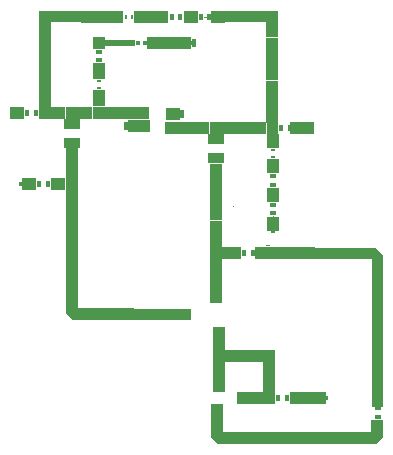
<source format=gbr>
G04 ===== Begin FILE IDENTIFICATION =====*
G04 File Format:  Gerber RS274X*
G04 ===== End FILE IDENTIFICATION =====*
%FSLAX24Y24*%
%MOIN*%
%SFA1.0000B1.0000*%
%OFA0.0B0.0*%
%ADD14R,0.022008X0.017992*%
%ADD15R,0.039370X0.050000*%
%ADD16R,0.016228X0.008114*%
%ADD17C,0.015000*%
%ADD18R,0.039370X0.050009*%
%ADD19R,0.012000X0.011000*%
%ADD20R,0.039370X0.050011*%
%ADD21R,0.079025X0.039370*%
%ADD22R,0.039370X0.039370*%
%ADD23R,0.050000X0.039370*%
%ADD24R,0.017992X0.022008*%
%ADD25R,0.116750X0.039370*%
%ADD26R,0.011000X0.012000*%
%ADD27R,0.144711X0.039370*%
%ADD28R,0.039370X0.107713*%
%ADD29R,0.051109X0.039370*%
%ADD30R,0.039370X0.100000*%
%ADD31R,0.055000X0.035000*%
%ADD32R,0.149988X0.039370*%
%ADD33R,0.050011X0.039370*%
%ADD34R,0.013305X0.026610*%
%ADD35R,0.074197X0.039370*%
%ADD36R,0.013333X0.026667*%
%ADD37R,0.050151X0.039370*%
%ADD38R,0.039370X0.057129*%
%ADD39R,0.039370X0.055098*%
%ADD40R,0.102850X0.018492*%
%ADD41R,0.014173X0.012992*%
%ADD42R,0.149870X0.039370*%
%ADD43R,0.014159X0.028319*%
%ADD44R,0.149991X0.039370*%
%ADD45R,0.050016X0.039370*%
%ADD46R,0.008737X0.017474*%
%ADD47R,0.050887X0.039370*%
%ADD48R,0.039370X0.050220*%
%ADD49R,0.039370X0.144711*%
%ADD50R,0.100000X0.039370*%
%ADD51R,0.050030X0.039370*%
%ADD52R,0.039370X0.090000*%
%ADD53R,0.011566X0.023133*%
%ADD54R,0.121522X0.039370*%
%ADD55C,0.000025*%
%LNcond*%
%IPPOS*%
%LPD*%
G75*
D14*
X-4554Y-7027D03*
Y-7318D03*
D15*
Y-7658D03*
X-4551Y-8608D03*
D16*
Y-8898D03*
D17*
Y-8858D03*
D18*
X-4554Y-6687D03*
D19*
Y-6162D03*
Y-6382D03*
D20*
Y-5857D03*
G36*
G01X-4751Y-5213D02*
G01Y-5607D01*
G01X-4358D01*
G01Y-5213D01*
G01X-4751D01*
G37*
D21*
X-3562Y-5410D03*
D15*
X-4573Y-2154D03*
D22*
Y-1707D03*
D23*
X-6358D03*
X-7288D03*
D24*
X-7919D03*
X-7628D03*
D25*
X-8593D03*
D26*
X-9451D03*
X-9231D03*
D27*
X-10230D03*
D22*
X-12149D03*
D28*
Y-2442D03*
G36*
G01X-11956Y-5107D02*
G01Y-4713D01*
G01X-12350D01*
G01Y-5107D01*
G01X-11956D01*
G37*
D29*
X-11700Y-4910D03*
G36*
G01X-11445Y-4713D02*
G01Y-5107D01*
G01X-11051D01*
G01Y-4713D01*
G01X-11445D01*
G37*
D30*
X-11248Y-6603D03*
X-6448Y-10763D03*
X-6346Y-13726D03*
D31*
X-6448Y-5782D03*
Y-6428D03*
G36*
G01X-6645Y-5213D02*
G01Y-5607D01*
G01X-6251D01*
G01Y-5213D01*
G01X-6645D01*
G37*
D32*
X-7395Y-5410D03*
D33*
X-7880Y-4940D03*
D34*
X-7563D03*
D17*
X-7630D03*
D35*
X-9016Y-5360D03*
D36*
X-9453D03*
D17*
X-9387D03*
D37*
X-8896Y-4910D03*
D38*
X-10343Y-4428D03*
D19*
Y-4087D03*
Y-3867D03*
D39*
Y-3536D03*
D14*
Y-3171D03*
Y-2880D03*
D40*
X-9627Y-2599D03*
D41*
X-9042D03*
X-8821D03*
D42*
X-8001D03*
D43*
X-7181D03*
D17*
X-7252D03*
D44*
X-5501Y-5410D03*
D24*
X-12033Y-7300D03*
X-12324D03*
D45*
X-12664D03*
D46*
X-12958D03*
D17*
X-12914D03*
D47*
X-13074Y-4910D03*
D48*
X-6448Y-6854D03*
D31*
X-11248Y-5282D03*
Y-5928D03*
D29*
X-10796Y-4910D03*
D14*
X-4551Y-7977D03*
Y-8268D03*
D49*
X-4573Y-3127D03*
D50*
X-9646Y-4910D03*
G36*
G01X-10146Y-5107D02*
G01Y-4713D01*
G01X-10540D01*
G01Y-5107D01*
G01X-10146D01*
G37*
D22*
X-10343Y-2594D03*
D51*
X-11693Y-7300D03*
G36*
G01X-6251Y-7499D02*
G01X-6645D01*
G01Y-7105D01*
G01X-6251D01*
G01Y-7499D01*
G37*
D30*
X-6448Y-7999D03*
D52*
Y-8949D03*
D24*
X-6658Y-1707D03*
X-6949D03*
X-12440Y-4910D03*
X-12730D03*
X-3977Y-5410D03*
X-4268D03*
D50*
X-5355Y-13031D03*
D30*
X-4658Y-13728D03*
D50*
X-5255Y-14425D03*
G36*
G01X-4855Y-14622D02*
G01Y-14228D01*
G01X-4461D01*
G01Y-14622D01*
G01X-4855D01*
G37*
D24*
X-4371Y-14425D03*
X-4081D03*
D22*
X-4658Y-13031D03*
D53*
X-2833Y-14425D03*
D17*
X-2775D03*
D54*
X-3383D03*
G36*
G01X-6550Y-12831D02*
G01X-6156D01*
G01Y-13225D01*
G01X-6550D01*
G01Y-12831D01*
G37*
G36*
G01X-6642Y-9390D02*
G01X-6248D01*
G01Y-9784D01*
G01X-6642D01*
G01Y-9390D01*
G37*
D14*
X-1055Y-14759D03*
Y-15049D03*
D24*
X-5214Y-9585D03*
X-5505D03*
D55*
G01X-12350Y-4910D02*
G01X-12349D01*
G01Y-4913D01*
G01X-10343Y-3261D02*
G01X-10346D01*
G01Y-3260D01*
G01X-4551Y-8358D02*
G01X-4552D01*
G01Y-8355D01*
G01X-4551D01*
G01Y-8358D01*
G01X-4694Y-9336D02*
G01X-4695D01*
G01X-4785D01*
G01X-4694D02*
G01X-4550Y-8360D02*
G01Y-8358D01*
G01X-4551D01*
G01X-5890Y-8010D02*
G01X-5889D01*
G01Y-8013D01*
G01X-5890D01*
G01Y-8010D01*
G01X-4690Y-9336D02*
G01X-4694D01*
G36*
G01X-6149Y-12832D02*
G01Y-12045D01*
G01X-6543D01*
G01Y-12832D01*
G01X-6149D01*
G37*
D55*
G01X-12350Y-4910D02*
G01X-12351D01*
G01Y-4897D01*
G01X-12191D01*
G01Y-4910D01*
G01X-12189D01*
G01X-6156Y-13028D02*
G01Y-13031D01*
G01X-5996D01*
G01Y-13023D01*
G01X-6161D01*
G01Y-13028D01*
G01X-6156D01*
G36*
G01X-5843Y-12829D02*
G01X-6158Y-12831D01*
G01X-6155Y-13225D01*
G01X-5840Y-13222D01*
G01X-5843Y-12829D01*
G37*
G36*
G01X-5317Y-15958D02*
G01X-1107D01*
G01X-872Y-15722D01*
G01X-875Y-15157D01*
G01X-1268Y-15159D01*
G01X-1266Y-15564D01*
G01X-5317D01*
G01Y-15958D01*
G37*
G36*
G01X-5316Y-15566D02*
G01X-6206D01*
G01Y-14637D01*
G01X-6600D01*
G01Y-15724D01*
G01X-6364Y-15960D01*
G01X-5316D01*
G01Y-15566D01*
G37*
G36*
G01X-12061Y-1903D02*
G01X-10829D01*
G01Y-1509D01*
G01X-12061D01*
G01Y-1903D01*
G37*
G36*
G01X-4741Y-1508D02*
G01X-6134D01*
G01Y-1902D01*
G01X-4741D01*
G01Y-1508D01*
G37*
G36*
G01X-4771Y-3844D02*
G01Y-5268D01*
G01X-4377D01*
G01Y-3844D01*
G01X-4771D01*
G37*
G36*
G01X-6253Y-10276D02*
G01Y-9749D01*
G01X-6647D01*
G01Y-10276D01*
G01X-6253D01*
G37*
G36*
G01X-5601Y-9399D02*
G01X-6314D01*
G01Y-9793D01*
G01X-5601D01*
G01Y-9399D01*
G37*
G36*
G01X-861Y-14728D02*
G01Y-9643D01*
G01X-1097Y-9406D01*
G01X-5154Y-9390D01*
G01X-5156Y-9784D01*
G01X-1255Y-9799D01*
G01Y-14728D01*
G01X-861D01*
G37*
G36*
G01X-11447Y-7139D02*
G01X-11443D01*
G01Y-8245D01*
G01X-11446Y-8248D01*
G01Y-11595D01*
G01X-11210Y-11831D01*
G01X-7273Y-11832D01*
G01Y-11439D01*
G01X-11052Y-11438D01*
G01Y-8248D01*
G01X-11049Y-8245D01*
G01Y-6982D01*
G01X-11286Y-6746D01*
G01X-11447D01*
G01Y-7139D01*
G37*
G36*
G01X-12345Y-2973D02*
G01Y-4737D01*
G01X-11951D01*
G01Y-2973D01*
G01X-12345D01*
G37*
D55*
G01X-6608Y-1707D02*
G01X-6610D01*
G01Y-1710D01*
G01X-6838D01*
G01Y-1707D01*
M02*


</source>
